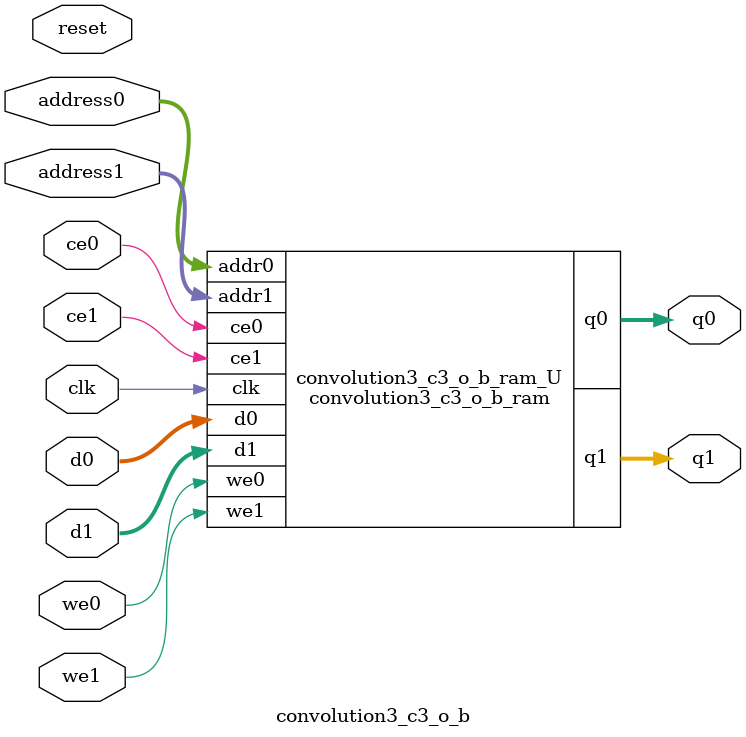
<source format=v>

`timescale 1 ns / 1 ps
module convolution3_c3_o_b_ram (addr0, ce0, d0, we0, q0, addr1, ce1, d1, we1, q1,  clk);

parameter DWIDTH = 32;
parameter AWIDTH = 11;
parameter MEM_SIZE = 1600;

input[AWIDTH-1:0] addr0;
input ce0;
input[DWIDTH-1:0] d0;
input we0;
output reg[DWIDTH-1:0] q0;
input[AWIDTH-1:0] addr1;
input ce1;
input[DWIDTH-1:0] d1;
input we1;
output reg[DWIDTH-1:0] q1;
input clk;

(* ram_style = "block" *)reg [DWIDTH-1:0] ram[0:MEM_SIZE-1];




always @(posedge clk)  
begin 
    if (ce0) 
    begin
        if (we0) 
        begin 
            ram[addr0] <= d0; 
            q0 <= d0;
        end 
        else 
            q0 <= ram[addr0];
    end
end


always @(posedge clk)  
begin 
    if (ce1) 
    begin
        if (we1) 
        begin 
            ram[addr1] <= d1; 
            q1 <= d1;
        end 
        else 
            q1 <= ram[addr1];
    end
end


endmodule


`timescale 1 ns / 1 ps
module convolution3_c3_o_b(
    reset,
    clk,
    address0,
    ce0,
    we0,
    d0,
    q0,
    address1,
    ce1,
    we1,
    d1,
    q1);

parameter DataWidth = 32'd32;
parameter AddressRange = 32'd1600;
parameter AddressWidth = 32'd11;
input reset;
input clk;
input[AddressWidth - 1:0] address0;
input ce0;
input we0;
input[DataWidth - 1:0] d0;
output[DataWidth - 1:0] q0;
input[AddressWidth - 1:0] address1;
input ce1;
input we1;
input[DataWidth - 1:0] d1;
output[DataWidth - 1:0] q1;



convolution3_c3_o_b_ram convolution3_c3_o_b_ram_U(
    .clk( clk ),
    .addr0( address0 ),
    .ce0( ce0 ),
    .d0( d0 ),
    .we0( we0 ),
    .q0( q0 ),
    .addr1( address1 ),
    .ce1( ce1 ),
    .d1( d1 ),
    .we1( we1 ),
    .q1( q1 ));

endmodule


</source>
